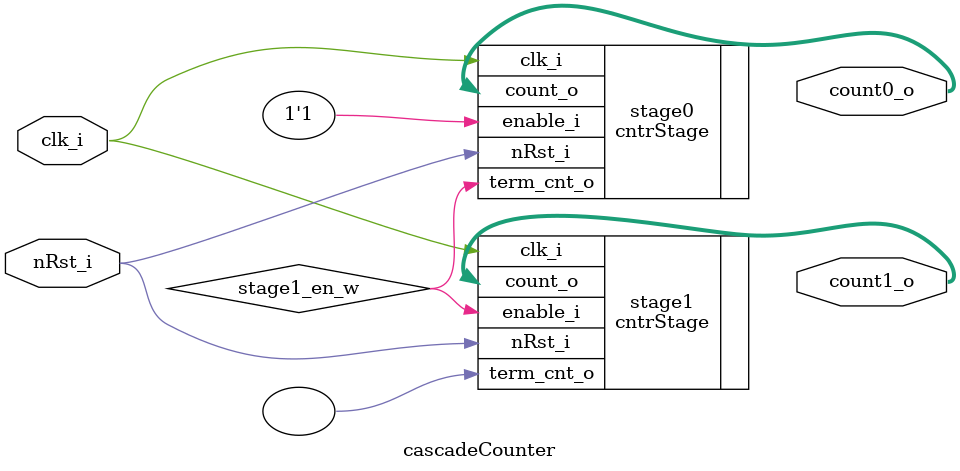
<source format=v>

module cascadeCounter (
  input        clk_i,      // 50 MHz clock
  input        nRst_i,     // active low asynchronous reset
  output [1:0] count0_o,   // counter stage 0 count
  output [2:0] count1_o ); // counter stage 1 count

  wire stage1_en_w;

  cntrStage #(
    .cntr_bits_p (2),    // 2-bit counter
    .cntr_tc_p   (2) )   // terminal count 2 (mod 3)
      stage0 (
        .clk_i      (clk_i),
        .nRst_i     (nRst_i),
        .enable_i   (1'b1),         // always enabled
        .term_cnt_o (stage1_en_w),  // stage 0 at TC (1-cycle pulse)
        .count_o    (count0_o) );

  cntrStage #(
    .cntr_bits_p (3),    // 3-bit counter
    .cntr_tc_p   (4) )   // terminal count 4 (mod 5)
      stage1 (
        .clk_i      (clk_i),        // same clock as stage 0
        .nRst_i     (nRst_i),       // same reset as stage 0
        .enable_i   (stage1_en_w),  // only enabled when stage 0 is at TC
        .term_cnt_o (),             // unused
        .count_o    (count1_o) );

endmodule

</source>
